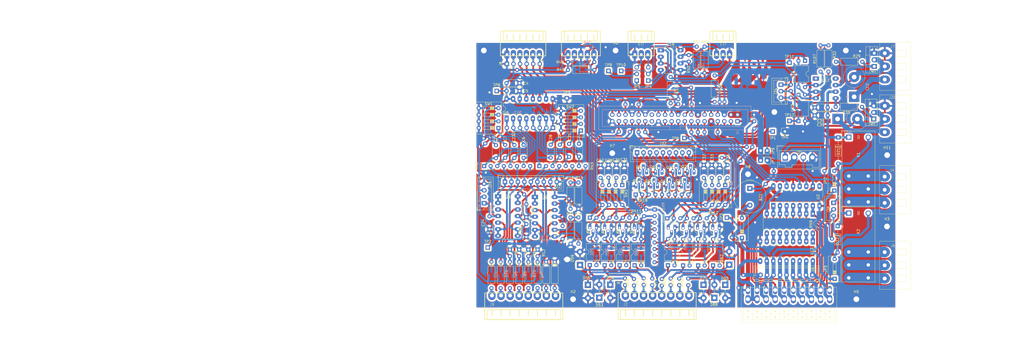
<source format=kicad_pcb>
(kicad_pcb
	(version 20240108)
	(generator "pcbnew")
	(generator_version "8.0")
	(general
		(thickness 1.6)
		(legacy_teardrops no)
	)
	(paper "A4")
	(layers
		(0 "F.Cu" signal)
		(1 "In1.Cu" signal)
		(2 "In2.Cu" signal)
		(31 "B.Cu" signal)
		(32 "B.Adhes" user "B.Adhesive")
		(33 "F.Adhes" user "F.Adhesive")
		(34 "B.Paste" user)
		(35 "F.Paste" user)
		(36 "B.SilkS" user "B.Silkscreen")
		(37 "F.SilkS" user "F.Silkscreen")
		(38 "B.Mask" user)
		(39 "F.Mask" user)
		(40 "Dwgs.User" user "User.Drawings")
		(41 "Cmts.User" user "User.Comments")
		(42 "Eco1.User" user "User.Eco1")
		(43 "Eco2.User" user "User.Eco2")
		(44 "Edge.Cuts" user)
		(45 "Margin" user)
		(46 "B.CrtYd" user "B.Courtyard")
		(47 "F.CrtYd" user "F.Courtyard")
		(48 "B.Fab" user)
		(49 "F.Fab" user)
		(50 "User.1" user)
		(51 "User.2" user)
		(52 "User.3" user)
		(53 "User.4" user)
		(54 "User.5" user)
		(55 "User.6" user)
		(56 "User.7" user)
		(57 "User.8" user)
		(58 "User.9" user)
	)
	(setup
		(stackup
			(layer "F.SilkS"
				(type "Top Silk Screen")
			)
			(layer "F.Paste"
				(type "Top Solder Paste")
			)
			(layer "F.Mask"
				(type "Top Solder Mask")
				(thickness 0.01)
			)
			(layer "F.Cu"
				(type "copper")
				(thickness 0.035)
			)
			(layer "dielectric 1"
				(type "prepreg")
				(thickness 0.1)
				(material "FR4")
				(epsilon_r 4.5)
				(loss_tangent 0.02)
			)
			(layer "In1.Cu"
				(type "copper")
				(thickness 0.035)
			)
			(layer "dielectric 2"
				(type "core")
				(thickness 1.24)
				(material "FR4")
				(epsilon_r 4.5)
				(loss_tangent 0.02)
			)
			(layer "In2.Cu"
				(type "copper")
				(thickness 0.035)
			)
			(layer "dielectric 3"
				(type "prepreg")
				(thickness 0.1)
				(material "FR4")
				(epsilon_r 4.5)
				(loss_tangent 0.02)
			)
			(layer "B.Cu"
				(type "copper")
				(thickness 0.035)
			)
			(layer "B.Mask"
				(type "Bottom Solder Mask")
				(thickness 0.01)
			)
			(layer "B.Paste"
				(type "Bottom Solder Paste")
			)
			(layer "B.SilkS"
				(type "Bottom Silk Screen")
				(color "Red")
			)
			(copper_finish "None")
			(dielectric_constraints no)
		)
		(pad_to_mask_clearance 0)
		(allow_soldermask_bridges_in_footprints no)
		(pcbplotparams
			(layerselection 0x0000000_7ffffff9)
			(plot_on_all_layers_selection 0x00290ba_00000000)
			(disableapertmacros no)
			(usegerberextensions no)
			(usegerberattributes no)
			(usegerberadvancedattributes yes)
			(creategerberjobfile yes)
			(dashed_line_dash_ratio 12.000000)
			(dashed_line_gap_ratio 3.000000)
			(svgprecision 4)
			(plotframeref no)
			(viasonmask no)
			(mode 1)
			(useauxorigin no)
			(hpglpennumber 1)
			(hpglpenspeed 20)
			(hpglpendiameter 15.000000)
			(pdf_front_fp_property_popups yes)
			(pdf_back_fp_property_popups yes)
			(dxfpolygonmode yes)
			(dxfimperialunits yes)
			(dxfusepcbnewfont yes)
			(psnegative no)
			(psa4output no)
			(plotreference no)
			(plotvalue no)
			(plotfptext no)
			(plotinvisibletext no)
			(sketchpadsonfab no)
			(subtractmaskfromsilk no)
			(outputformat 5)
			(mirror no)
			(drillshape 1)
			(scaleselection 1)
			(outputdirectory "export/")
		)
	)
	(net 0 "")
	(net 1 "+5V")
	(net 2 "/Buzzer")
	(net 3 "GND")
	(net 4 "+3V3")
	(net 5 "/ADC_CH3")
	(net 6 "/ADC_CH1")
	(net 7 "+12V")
	(net 8 "/Dig-IN_1")
	(net 9 "-5V")
	(net 10 "/ADC_CH5")
	(net 11 "/ADC_CH6")
	(net 12 "/ADC_CH0")
	(net 13 "/ADC_CH2")
	(net 14 "/ADC_CH7")
	(net 15 "/ADC_CH4")
	(net 16 "/Dig-IN_2")
	(net 17 "/Dig-IN_3")
	(net 18 "/Dig-IN_4")
	(net 19 "/Dig-IN_5")
	(net 20 "/Dig-IN_6")
	(net 21 "/Dig-IN_7")
	(net 22 "/Dig-IN_8")
	(net 23 "OUT_Digital_1_open-drain")
	(net 24 "Net-(U3C-+)")
	(net 25 "Net-(U3D-+)")
	(net 26 "IN_Analog_T1 (0-3.3V)")
	(net 27 "IN_Analog_T5 (0-12V)")
	(net 28 "Net-(U9B-+)")
	(net 29 "/OUT_PWM_1_diode")
	(net 30 "/OUT_PWM_2_diode")
	(net 31 "Net-(U9A-+)")
	(net 32 "OUT_Digital_2_open-drain")
	(net 33 "OUT_Digital_3_open-drain")
	(net 34 "OUT_Digital_4_open-drain")
	(net 35 "OUT_Digital_5_open-drain")
	(net 36 "Net-(U3A-+)")
	(net 37 "I2C_SDA")
	(net 38 "RS485_B")
	(net 39 "RS485_A")
	(net 40 "Net-(D50-A1)")
	(net 41 "Net-(D51-A)")
	(net 42 "Net-(D53-A1)")
	(net 43 "Net-(D54-A)")
	(net 44 "Net-(D56-A1)")
	(net 45 "Net-(D57-A)")
	(net 46 "Net-(D59-A1)")
	(net 47 "Net-(D60-A)")
	(net 48 "Net-(D62-A1)")
	(net 49 "Net-(D63-A)")
	(net 50 "Net-(D65-A1)")
	(net 51 "Net-(D66-A)")
	(net 52 "Net-(D68-A1)")
	(net 53 "Net-(D69-A)")
	(net 54 "Net-(D71-A1)")
	(net 55 "Net-(D72-A)")
	(net 56 "unconnected-(J1-ID_SD{slash}GPIO0-Pad27)")
	(net 57 "/SPI_CE0_ADC")
	(net 58 "Net-(J1-3V3-Pad1)")
	(net 59 "/SPI0_miso_ADC")
	(net 60 "/UART_DIR-T")
	(net 61 "/SPI0_mosi_ADC")
	(net 62 "/SPI0_sclk_ADC")
	(net 63 "/UART_TX")
	(net 64 "/SPI1_miso_FREE")
	(net 65 "/SR-OUT_latch")
	(net 66 "/SPI1_mosi_FREE")
	(net 67 "/SR-OUT_clock")
	(net 68 "/SR-OUT_data")
	(net 69 "unconnected-(J1-ID_SC{slash}GPIO1-Pad28)")
	(net 70 "/SPI1_CE_FREE")
	(net 71 "/UART_RX")
	(net 72 "/OUT_PWM_2")
	(net 73 "/SPI1_sclk_FREE")
	(net 74 "/OUT_PWM_1")
	(net 75 "IN_Digital_8")
	(net 76 "IN_Digital_5")
	(net 77 "IN_Digital_2")
	(net 78 "IN_Digital_3")
	(net 79 "IN_Digital_4")
	(net 80 "IN_Digital_6")
	(net 81 "IN_Digital_7")
	(net 82 "IN_Digital_1")
	(net 83 "OUT_Digital_8")
	(net 84 "OUT_Digital_7_open-drain")
	(net 85 "OUT_Digital_2")
	(net 86 "OUT_Digital_4")
	(net 87 "OUT_Digital_5")
	(net 88 "OUT_Digital_6")
	(net 89 "OUT_Digital_3")
	(net 90 "OUT_Digital_7")
	(net 91 "OUT_Digital_8_open-drain")
	(net 92 "OUT_Digital_1")
	(net 93 "OUT_Digital_6_open-drain")
	(net 94 "Net-(J4-Pin_1)")
	(net 95 "Net-(J4-Pin_2)")
	(net 96 "Net-(J4-Pin_3)")
	(net 97 "OUT_Digital_COM_open-drain")
	(net 98 "Net-(J6-Pin_1)")
	(net 99 "Net-(J6-Pin_3)")
	(net 100 "Net-(J6-Pin_2)")
	(net 101 "IN_Analog_T4 (0-5V)")
	(net 102 "IN_Analog_T2 (0-3.3V)")
	(net 103 "IN_Analog_T8 (0-20mA)")
	(net 104 "IN_Analog_T6 (0-24V)")
	(net 105 "IN_Analog_T7 (0-20mA)")
	(net 106 "IN_Analog_T3 (0-5V)")
	(net 107 "Net-(Q1-G)")
	(net 108 "Net-(Q2-G)")
	(net 109 "Net-(Q2-D)")
	(net 110 "Net-(Q5-G)")
	(net 111 "Net-(C17-Pad1)")
	(net 112 "Net-(Q7-G)")
	(net 113 "Net-(Q7-D)")
	(net 114 "Net-(C29-Pad1)")
	(net 115 "Net-(Q9-G)")
	(net 116 "Net-(C30-Pad1)")
	(net 117 "Net-(Q10-G)")
	(net 118 "Net-(Q11-D)")
	(net 119 "Net-(Q11-G)")
	(net 120 "Net-(C31-Pad1)")
	(net 121 "Net-(Q13-G)")
	(net 122 "Net-(Q13-D)")
	(net 123 "Net-(C32-Pad1)")
	(net 124 "Net-(Q15-D)")
	(net 125 "Net-(Q15-G)")
	(net 126 "Net-(C33-Pad1)")
	(net 127 "Net-(Q17-G)")
	(net 128 "Net-(Q17-D)")
	(net 129 "Net-(C34-Pad1)")
	(net 130 "Net-(Q19-D)")
	(net 131 "Net-(Q19-G)")
	(net 132 "Net-(C35-Pad1)")
	(net 133 "Net-(U9C--)")
	(net 134 "Net-(U12-~{OUTA})")
	(net 135 "Net-(U12-~{OUTB})")
	(net 136 "Net-(U12-INB)")
	(net 137 "Net-(R33-Pad1)")
	(net 138 "Net-(U9D--)")
	(net 139 "Net-(U12-INA)")
	(net 140 "Net-(R108-Pad1)")
	(net 141 "unconnected-(U2-QH'-Pad9)")
	(net 142 "unconnected-(U12-NC-Pad8)")
	(net 143 "unconnected-(U12-NC-Pad1)")
	(net 144 "Net-(U3B-+)")
	(net 145 "/LED_analog-CH1-T1")
	(net 146 "/LED_analog-CH5-T5")
	(net 147 "/LED_analog-CH0-T2")
	(net 148 "/LED_analog-CH7-T7")
	(net 149 "/LED_analog-CH3-T3")
	(net 150 "/LED_analog-CH2-T4")
	(net 151 "/LED_analog-CH4-T6")
	(net 152 "/LED_analog-CH6-T8")
	(net 153 "/LED_digital-out_2")
	(net 154 "/LED_digital-out_8")
	(net 155 "/LED_digital-out_6")
	(net 156 "/LED_digital-out_5")
	(net 157 "/LED_digital-out_4")
	(net 158 "/LED_digital-out_7")
	(net 159 "/LED_digital-out_1")
	(net 160 "/LED_digital-out_3")
	(net 161 "/LED_relay-1")
	(net 162 "/LED_PWM-1")
	(net 163 "/LED_PWM-2")
	(net 164 "/LED_relay-2")
	(net 165 "Net-(RN9-R2.2)")
	(net 166 "Net-(RN9-R8.2)")
	(net 167 "Net-(RN9-R7.2)")
	(net 168 "Net-(RN9-R5.2)")
	(net 169 "Net-(RN9-R1.2)")
	(net 170 "Net-(RN9-R6.2)")
	(net 171 "Net-(RN9-R3.2)")
	(net 172 "Net-(RN9-R4.2)")
	(net 173 "/DIP_EN-Filter-ADC3")
	(net 174 "/DIP_EN-Filter-ADC1")
	(net 175 "/DIP_EN-Filter-ADC5")
	(net 176 "/DIP_EN-Filter-ADC6")
	(net 177 "/DIP_EN-Filter-ADC0")
	(net 178 "/DIP_EN-Filter-ADC2")
	(net 179 "/DIP_EN-Filter-ADC7")
	(net 180 "/DIP_EN-Filter-ADC4")
	(net 181 "I2C_SCL")
	(net 182 "Net-(J10-Pin_2)")
	(net 183 "Net-(J10-Pin_1)")
	(net 184 "Net-(JP4-A)")
	(net 185 "Net-(JP5-A)")
	(net 186 "Net-(JP6-A)")
	(net 187 "+5VP")
	(net 188 "+3V3P")
	(footprint "Connector_JST:JST_XH_B9B-XH-A_1x09_P2.50mm_Vertical" (layer "F.Cu") (at 130.3415 74.427611))
	(footprint "Resistor_THT:R_Axial_DIN0207_L6.3mm_D2.5mm_P2.54mm_Vertical" (layer "F.Cu") (at 150.2831 36.755811 -90))
	(footprint "Button_Switch_THT:SW_DIP_SPSTx04_Slide_9.78x12.34mm_W7.62mm_P2.54mm" (layer "F.Cu") (at 76.9216 64.886811 180))
	(footprint "Package_TO_SOT_THT:TO-92_HandSolder" (layer "F.Cu") (at 129.9097 86.945411))
	(footprint "Package_DIP:DIP-4_W10.16mm" (layer "F.Cu") (at 192.5691 62.232811 90))
	(footprint "Button_Switch_THT:SW_DIP_SPSTx01_Slide_9.78x4.72mm_W7.62mm_P2.54mm" (layer "F.Cu") (at 170.7981 107.323311 90))
	(footprint "Relay_THT:Relay_SPDT_Omron_G2RL-1-E" (layer "F.Cu") (at 211.9771 68.473811))
	(footprint "Resistor_THT:R_Axial_DIN0207_L6.3mm_D2.5mm_P10.16mm_Horizontal" (layer "F.Cu") (at 98.5941 116.585511 -90))
	(footprint "Package_DIP:DIP-8_W7.62mm_LongPads" (layer "F.Cu") (at 139.4881 34.907811))
	(footprint "Diode_THT:D_DO-15_P5.08mm_Vertical_AnodeUp" (layer "F.Cu") (at 108.3451 117.810811 90))
	(footprint "custom-footprints1:WAGO 713-1430 MINI HD Stiftleiste gewinkelt 2x10-polig, RM 3,5" (layer "F.Cu") (at 188.8601 131.987811))
	(footprint "Resistor_THT:R_Array_SIP8" (layer "F.Cu") (at 112.1731 99.539861))
	(footprint "Resistor_THT:R_Axial_DIN0207_L6.3mm_D2.5mm_P10.16mm_Horizontal" (layer "F.Cu") (at 91.9901 116.585511 -90))
	(footprint "Capacitor_THT:C_Disc_D7.0mm_W2.5mm_P5.00mm" (layer "F.Cu") (at 73.4481 99.042811 -90))
	(footprint "Package_DIP:DIP-4_W10.16mm" (layer "F.Cu") (at 117.8423 117.898661 90))
	(footprint "Capacitor_THT:C_Disc_D7.0mm_W2.5mm_P5.00mm" (layer "F.Cu") (at 79.5041 76.426496 90))
	(footprint "Capacitor_THT:C_Disc_D7.0mm_W2.5mm_P5.00mm" (layer "F.Cu") (at 156.0971 84.190161 90))
	(footprint "Capacitor_THT:C_Disc_D7.0mm_W2.5mm_P5.00mm" (layer "F.Cu") (at 125.4093 84.107661 90))
	(footprint "custom-footprints1:MountingHole_2.2mm_NPTH-with-pad" (layer "F.Cu") (at 226.7599 75.392811))
	(footprint "custom-footprints1:MountingHole_2.2mm_NPTH-with-pad" (layer "F.Cu") (at 173.1151 82.758811))
	(footprint "Capacitor_THT:C_Disc_D7.0mm_W2.5mm_P5.00mm" (layer "F.Cu") (at 119.3133 84.107661 90))
	(footprint "Resistor_THT:R_Axial_DIN0207_L6.3mm_D2.5mm_P2.54mm_Vertical" (layer "F.Cu") (at 139.8945 125.767211 90))
	(footprint "Package_DIP:DIP-4_W10.16mm" (layer "F.Cu") (at 148.0783 118.004661 90))
	(footprint "Capacitor_THT:C_Disc_D7.0mm_W2.5mm_P5.00mm" (layer "F.Cu") (at 100.5861 76.368811 90))
	(footprint "Package_TO_SOT_THT:TO-92_HandSolder" (layer "F.Cu") (at 131.8401 103.459811 180))
	(footprint "Connector_JST:JST_XH_B4B-XH-A_1x04_P2.50mm_Vertical" (layer "F.Cu") (at 71.3991 93.962811 90))
	(footprint "Resistor_THT:R_Axial_DIN0207_L6.3mm_D2.5mm_P2.54mm_Vertical" (layer "F.Cu") (at 146.6001 125.585811 90))
	(footprint "Resistor_THT:R_Axial_DIN0207_L6.3mm_D2.5mm_P10.16mm_Horizontal" (layer "F.Cu") (at 217.0851 56.751811 180))
	(footprint "Resistor_THT:R_Axial_DIN0207_L6.3mm_D2.5mm_P10.16mm_Horizontal" (layer "F.Cu") (at 204.1311 33.002811 -90))
	(footprint "Capacitor_THT:C_Disc_D7.0mm_W2.5mm_P5.00mm"
		(layer "F.Cu")
		(uuid "225685cd-35d5-436d-aa61-4884f58dd0a3")
		(at 104.1421 76.032811 90)
		(descr "C, Disc series, Radial, pin pitch=5.00mm, , diameter*width=7*2.5mm^2, Capacitor, http://cdn-reichelt.de/documents/datenblatt/B300/DS_KERKO_TC.pdf")
		(tags "C Disc series Radial pin pitch 5.00mm  diameter 7mm width 2.5mm Capacitor")
		(property "Reference" "C21"
			(at 7.77 0.2195 90)
			(layer "F.SilkS")
			(uuid "61e59fa7-ec47-458c-91c9-670fc121632e")
			(effects
				(font
					(size 1 1)
					(thickness 0.15)
				)
			)
		)
		(property "Value" "100n"
			(at 2.418 0.012 90)
			(layer "F.Fab")
			(uuid "05ca397d-c5e5-49d0-b081-ed6e55c4ad21")
			(effects
				(font
					(size 1 1)
					(thickness 0.15)
				)
			)
		)

... [2487820 chars truncated]
</source>
